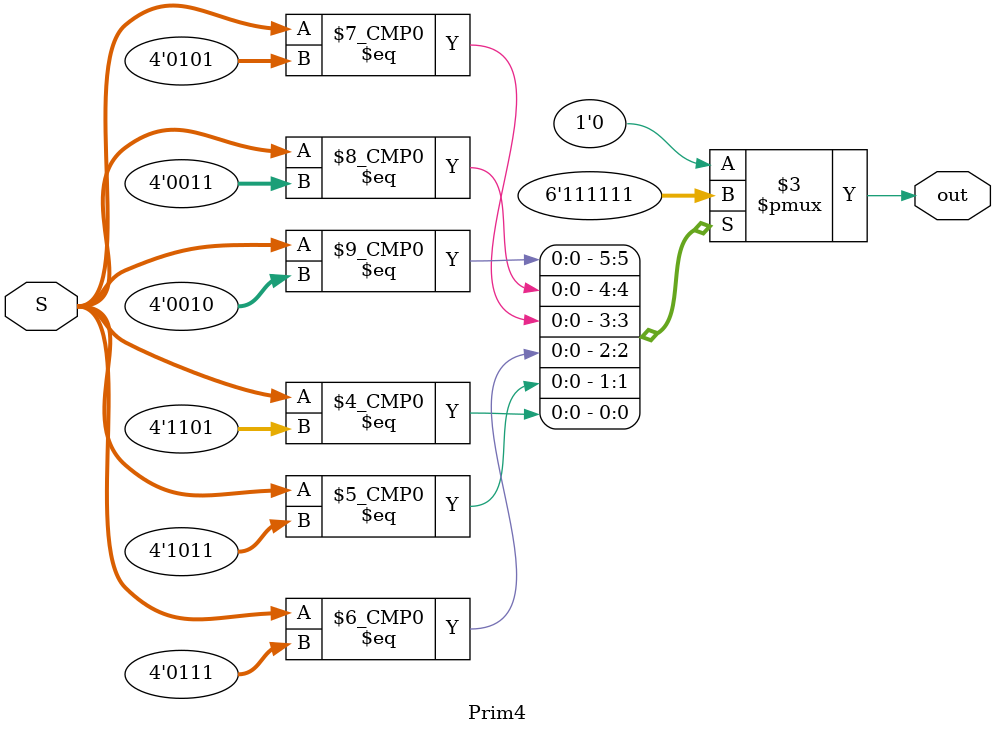
<source format=v>
module Prim4 (
    input [3:0] S,
    output reg out
);


// manuealmente puse todos los casos en los que un numero es primo.
// solo puse hasta el 13 por que el numero max representado en 4B es 15.

always @(*)
begin 
    case (S)
    2: out = 1;
    3: out = 1;
    5: out = 1;
    7: out = 1;
    11: out = 1;
    13: out = 1;

    // el default para todos los casos excluidos no primos, por eso un 0
    default: out = 0;

    endcase
end


endmodule
</source>
